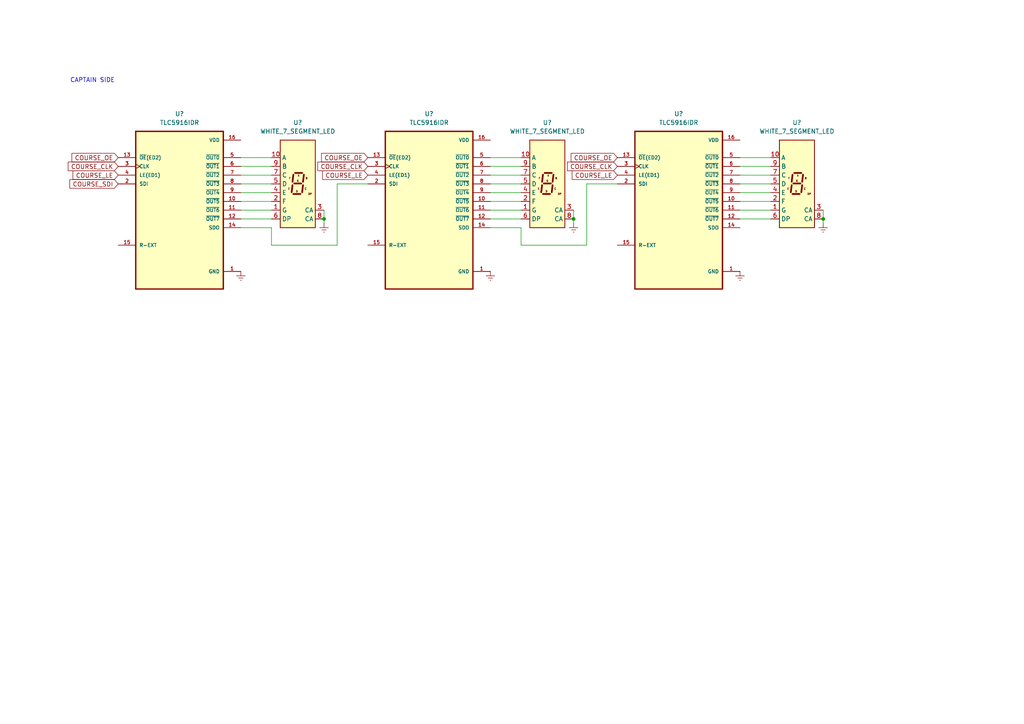
<source format=kicad_sch>
(kicad_sch (version 20211123) (generator eeschema)
  (paper "A4")
  (lib_symbols
    (symbol "Display_Character:SA39-11EWA"
      (property "Reference" "U" (at -3.81 13.97 0))
      (property "Value" "SA39-11EWA" (at 6.35 13.97 0))
      (symbol "SA39-11EWA_1_0"
        (text "A" (at 0.254 2.413 0) (effects (font (size 0.508 0.508))))
        (text "B" (at 2.54 1.651 0) (effects (font (size 0.508 0.508))))
        (text "C" (at 2.286 -1.397 0) (effects (font (size 0.508 0.508))))
        (text "D" (at -0.254 -2.159 0) (effects (font (size 0.508 0.508))))
        (text "DP" (at 3.556 -2.921 0) (effects (font (size 0.508 0.508))))
        (text "E" (at -2.54 -1.397 0) (effects (font (size 0.508 0.508))))
        (text "F" (at -2.286 1.651 0) (effects (font (size 0.508 0.508))))
        (text "G" (at 0 0.889 0) (effects (font (size 0.508 0.508))))
      )
      (symbol "SA39-11EWA_1_1"
        (rectangle (start -5.08 12.7) (end 5.08 -12.7) (stroke (width 0.254)) (fill (type background)))
        (polyline (pts (xy -1.524 -0.381) (xy -1.778 -2.413)) (stroke (width 0.508)))
        (polyline (pts (xy -1.27 -2.921) (xy 0.762 -2.921)) (stroke (width 0.508)))
        (polyline (pts (xy -1.27 2.667) (xy -1.524 0.635)) (stroke (width 0.508)))
        (polyline (pts (xy -1.016 0.127) (xy 1.016 0.127)) (stroke (width 0.508)))
        (polyline (pts (xy -0.762 3.175) (xy 1.27 3.175)) (stroke (width 0.508)))
        (polyline (pts (xy 1.524 -0.381) (xy 1.27 -2.413)) (stroke (width 0.508)))
        (polyline (pts (xy 1.778 2.667) (xy 1.524 0.635)) (stroke (width 0.508)))
        (polyline (pts (xy 2.54 -2.921) (xy 2.54 -2.921)) (stroke (width 0.508)))
        (pin input line (at -7.62 -7.62 0) (length 2.54) (name "G") (number "1"))
        (pin input line (at -7.62 7.62 0) (length 2.54) (name "A") (number "10"))
        (pin input line (at -7.62 -5.08 0) (length 2.54) (name "F") (number "2"))
        (pin input line (at 7.62 -7.62 180) (length 2.54) (name "CA") (number "3"))
        (pin input line (at -7.62 -2.54 0) (length 2.54) (name "E") (number "4"))
        (pin input line (at -7.62 0 0) (length 2.54) (name "D") (number "5"))
        (pin input line (at -7.62 -10.16 0) (length 2.54) (name "DP") (number "6"))
        (pin input line (at -7.62 2.54 0) (length 2.54) (name "C") (number "7"))
        (pin input line (at 7.62 -10.16 180) (length 2.54) (name "CA") (number "8"))
        (pin input line (at -7.62 5.08 0) (length 2.54) (name "B") (number "9"))
      )
    )
    (symbol "TLC5916IDR:TLC5916IDR" (pin_names (offset 1.016))
      (property "Reference" "U" (at -12.7 23.86 0))
      (property "Value" "TLC5916IDR" (at -12.7 -26.86 0))
      (symbol "TLC5916IDR_0_0"
        (rectangle (start -12.7 -22.86) (end 12.7 22.86) (stroke (width 0.41)) (fill (type background)))
        (pin power_in line (at 17.78 -17.78 180) (length 5.08) (name "GND") (number "1"))
        (pin output line (at 17.78 2.54 180) (length 5.08) (name "~{OUT5}") (number "10"))
        (pin output line (at 17.78 0 180) (length 5.08) (name "~{OUT6}") (number "11"))
        (pin output line (at 17.78 -2.54 180) (length 5.08) (name "~{OUT7}") (number "12"))
        (pin input line (at -17.78 15.24 0) (length 5.08) (name "~{OE}(ED2)") (number "13"))
        (pin output line (at 17.78 -5.08 180) (length 5.08) (name "SDO") (number "14"))
        (pin bidirectional line (at -17.78 -10.16 0) (length 5.08) (name "R-EXT") (number "15"))
        (pin power_in line (at 17.78 20.32 180) (length 5.08) (name "VDD") (number "16"))
        (pin input line (at -17.78 7.62 0) (length 5.08) (name "SDI") (number "2"))
        (pin input clock (at -17.78 12.7 0) (length 5.08) (name "CLK") (number "3"))
        (pin input line (at -17.78 10.16 0) (length 5.08) (name "LE(ED1)") (number "4"))
        (pin output line (at 17.78 15.24 180) (length 5.08) (name "~{OUT0}") (number "5"))
        (pin output line (at 17.78 12.7 180) (length 5.08) (name "~{OUT1}") (number "6"))
        (pin output line (at 17.78 10.16 180) (length 5.08) (name "~{OUT2}") (number "7"))
        (pin output line (at 17.78 7.62 180) (length 5.08) (name "~{OUT3}") (number "8"))
        (pin output line (at 17.78 5.08 180) (length 5.08) (name "~{OUT4}") (number "9"))
      )
    )
    (symbol "power:Earth" (power) (pin_names (offset 0))
      (symbol "Earth_0_1"
        (polyline (pts (xy -0.635 -1.905) (xy 0.635 -1.905)))
        (polyline (pts (xy -0.127 -2.54) (xy 0.127 -2.54)))
        (polyline (pts (xy 0 -1.27) (xy 0 0)))
        (polyline (pts (xy 1.27 -1.27) (xy -1.27 -1.27)))
      )
      (symbol "Earth_1_1"
        (pin power_in line (at 0 0 270) (length 0) hide (name "Earth") (number "1"))
      )
    )
  )
  (junction (at 93.98 63.5))
  (junction (at 166.37 63.5))
  (junction (at 238.76 63.5))
  (wire (pts (xy 214.63 60.96) (xy 223.52 60.96)))
  (wire (pts (xy 69.85 50.8) (xy 78.74 50.8)))
  (wire (pts (xy 69.85 48.26) (xy 78.74 48.26)))
  (wire (pts (xy 214.63 58.42) (xy 223.52 58.42)))
  (wire (pts (xy 142.24 45.72) (xy 151.13 45.72)))
  (wire (pts (xy 69.85 60.96) (xy 78.74 60.96)))
  (wire (pts (xy 142.24 66.04) (xy 151.13 66.04)))
  (wire (pts (xy 142.24 55.88) (xy 151.13 55.88)))
  (wire (pts (xy 166.37 60.96) (xy 166.37 63.5)))
  (wire (pts (xy 170.18 71.12) (xy 170.18 53.34)))
  (wire (pts (xy 93.98 60.96) (xy 93.98 63.5)))
  (wire (pts (xy 166.37 63.5) (xy 166.37 64.77)))
  (wire (pts (xy 142.24 50.8) (xy 151.13 50.8)))
  (wire (pts (xy 97.79 53.34) (xy 106.68 53.34)))
  (wire (pts (xy 78.74 71.12) (xy 97.79 71.12)))
  (wire (pts (xy 214.63 48.26) (xy 223.52 48.26)))
  (wire (pts (xy 214.63 63.5) (xy 223.52 63.5)))
  (wire (pts (xy 69.85 55.88) (xy 78.74 55.88)))
  (wire (pts (xy 69.85 53.34) (xy 78.74 53.34)))
  (wire (pts (xy 238.76 63.5) (xy 238.76 64.77)))
  (wire (pts (xy 97.79 71.12) (xy 97.79 53.34)))
  (wire (pts (xy 151.13 71.12) (xy 170.18 71.12)))
  (wire (pts (xy 151.13 66.04) (xy 151.13 71.12)))
  (wire (pts (xy 214.63 53.34) (xy 223.52 53.34)))
  (wire (pts (xy 93.98 63.5) (xy 93.98 64.77)))
  (wire (pts (xy 142.24 60.96) (xy 151.13 60.96)))
  (wire (pts (xy 170.18 53.34) (xy 179.07 53.34)))
  (wire (pts (xy 142.24 63.5) (xy 151.13 63.5)))
  (wire (pts (xy 238.76 60.96) (xy 238.76 63.5)))
  (wire (pts (xy 69.85 66.04) (xy 78.74 66.04)))
  (wire (pts (xy 142.24 53.34) (xy 151.13 53.34)))
  (wire (pts (xy 78.74 66.04) (xy 78.74 71.12)))
  (wire (pts (xy 214.63 45.72) (xy 223.52 45.72)))
  (wire (pts (xy 69.85 45.72) (xy 78.74 45.72)))
  (wire (pts (xy 142.24 58.42) (xy 151.13 58.42)))
  (wire (pts (xy 214.63 50.8) (xy 223.52 50.8)))
  (wire (pts (xy 214.63 55.88) (xy 223.52 55.88)))
  (wire (pts (xy 69.85 58.42) (xy 78.74 58.42)))
  (wire (pts (xy 142.24 48.26) (xy 151.13 48.26)))
  (wire (pts (xy 69.85 63.5) (xy 78.74 63.5)))
  (text "CAPTAIN SIDE" (at 20.32 24.13 0) (effects (font (size 1.27 1.27)) (justify left bottom)))
  (global_label "COURSE_CLK" (shape input) (at 106.68 48.26 180) (property "Intersheet References" "${INTERSHEET_REFS}" (effects hide)))
  (global_label "COURSE_LE" (shape input) (at 106.68 50.8 180) (property "Intersheet References" "${INTERSHEET_REFS}" (effects hide)))
  (global_label "COURSE_SDI" (shape input) (at 34.29 53.34 180) (property "Intersheet References" "${INTERSHEET_REFS}" (effects hide)))
  (global_label "COURSE_OE" (shape input) (at 34.29 45.72 180) (property "Intersheet References" "${INTERSHEET_REFS}" (effects hide)))
  (global_label "COURSE_OE" (shape input) (at 106.68 45.72 180) (property "Intersheet References" "${INTERSHEET_REFS}" (effects hide)))
  (global_label "COURSE_OE" (shape input) (at 179.07 45.72 180) (property "Intersheet References" "${INTERSHEET_REFS}" (effects hide)))
  (global_label "COURSE_CLK" (shape input) (at 34.29 48.26 180) (property "Intersheet References" "${INTERSHEET_REFS}" (effects hide)))
  (global_label "COURSE_LE" (shape input) (at 179.07 50.8 180) (property "Intersheet References" "${INTERSHEET_REFS}" (effects hide)))
  (global_label "COURSE_LE" (shape input) (at 34.29 50.8 180) (property "Intersheet References" "${INTERSHEET_REFS}" (effects hide)))
  (global_label "COURSE_CLK" (shape input) (at 179.07 48.26 180) (property "Intersheet References" "${INTERSHEET_REFS}" (effects hide)))
  (symbol (lib_id "power:Earth") (at 166.37 64.77 0) (unit 1)
    (property "Reference" "#PWR?" (effects hide))
    (property "Value" "Earth" (effects hide))
  )
  (symbol (lib_id "power:Earth") (at 214.63 78.74 0) (unit 1)
    (property "Reference" "#PWR?" (effects hide))
    (property "Value" "Earth" (effects hide))
  )
  (symbol (lib_id "Display_Character:SA39-11EWA") (at 158.75 53.34 0) (unit 1)
    (property "Reference" "U?" (at 158.75 35.56 0))
    (property "Value" "WHITE_7_SEGMENT_LED" (at 158.75 38.1 0))
    (property "Footprint" "Display_7Segment:Sx39-1xxxxx" (effects hide))
    (property "Datasheet" "http://www.kingbrightusa.com/images/catalog/SPEC/sa39-11ewa.pdf" (effects hide))
  )
  (symbol (lib_id "power:Earth") (at 238.76 64.77 0) (unit 1)
    (property "Reference" "#PWR?" (effects hide))
    (property "Value" "Earth" (effects hide))
  )
  (symbol (lib_id "Display_Character:SA39-11EWA") (at 231.14 53.34 0) (unit 1)
    (property "Reference" "U?" (at 231.14 35.56 0))
    (property "Value" "WHITE_7_SEGMENT_LED" (at 231.14 38.1 0))
    (property "Footprint" "Display_7Segment:Sx39-1xxxxx" (effects hide))
    (property "Datasheet" "http://www.kingbrightusa.com/images/catalog/SPEC/sa39-11ewa.pdf" (effects hide))
  )
  (symbol (lib_id "power:Earth") (at 142.24 78.74 0) (unit 1)
    (property "Reference" "#PWR?" (effects hide))
    (property "Value" "Earth" (effects hide))
  )
  (symbol (lib_id "power:Earth") (at 93.98 64.77 0) (unit 1)
    (property "Reference" "#PWR?" (effects hide))
    (property "Value" "Earth" (effects hide))
  )
  (symbol (lib_id "power:Earth") (at 69.85 78.74 0) (unit 1)
    (property "Reference" "#PWR?" (effects hide))
    (property "Value" "Earth" (effects hide))
  )
  (symbol (lib_id "TLC5916IDR:TLC5916IDR") (at 124.46 60.96 0) (unit 1)
    (property "Reference" "U?" (at 124.46 33.02 0))
    (property "Value" "TLC5916IDR" (at 124.46 35.56 0))
    (property "Footprint" "TLC5916IDR:SOIC127P600X175-16N" (effects hide))
    (property "MF" "Texas Instruments" (effects hide))
    (property "Description" "\n8-bit constant-current LED sink driver\n" (effects hide))
    (property "Package" "SOIC-16 Texas Instruments" (effects hide))
    (property "Price" "None" (effects hide))
    (property "SnapEDA_Link" "https://www.snapeda.com/parts/TLC5916IDR/Texas+Instruments/view-part/?ref=snap" (effects hide))
    (property "MP" "TLC5916IDR" (effects hide))
    (property "Purchase-URL" "https://www.snapeda.com/api/url_track_click_mouser/?unipart_id=438836&manufacturer=Texas Instruments&part_name=TLC5916IDR&search_term=None" (effects hide))
    (property "Availability" "In Stock" (effects hide))
    (property "Check_prices" "https://www.snapeda.com/parts/TLC5916IDR/Texas+Instruments/view-part/?ref=eda" (effects hide))
  )
  (symbol (lib_id "TLC5916IDR:TLC5916IDR") (at 52.07 60.96 0) (unit 1)
    (property "Reference" "U?" (at 52.07 33.02 0))
    (property "Value" "TLC5916IDR" (at 52.07 35.56 0))
    (property "Footprint" "TLC5916IDR:SOIC127P600X175-16N" (effects hide))
    (property "MF" "Texas Instruments" (effects hide))
    (property "Description" "\n8-bit constant-current LED sink driver\n" (effects hide))
    (property "Package" "SOIC-16 Texas Instruments" (effects hide))
    (property "Price" "None" (effects hide))
    (property "SnapEDA_Link" "https://www.snapeda.com/parts/TLC5916IDR/Texas+Instruments/view-part/?ref=snap" (effects hide))
    (property "MP" "TLC5916IDR" (effects hide))
    (property "Purchase-URL" "https://www.snapeda.com/api/url_track_click_mouser/?unipart_id=438836&manufacturer=Texas Instruments&part_name=TLC5916IDR&search_term=None" (effects hide))
    (property "Availability" "In Stock" (effects hide))
    (property "Check_prices" "https://www.snapeda.com/parts/TLC5916IDR/Texas+Instruments/view-part/?ref=eda" (effects hide))
  )
  (symbol (lib_id "Display_Character:SA39-11EWA") (at 86.36 53.34 0) (unit 1)
    (property "Reference" "U?" (at 86.36 35.56 0))
    (property "Value" "WHITE_7_SEGMENT_LED" (at 86.36 38.1 0))
    (property "Footprint" "Display_7Segment:Sx39-1xxxxx" (effects hide))
    (property "Datasheet" "http://www.kingbrightusa.com/images/catalog/SPEC/sa39-11ewa.pdf" (effects hide))
  )
  (symbol (lib_id "TLC5916IDR:TLC5916IDR") (at 196.85 60.96 0) (unit 1)
    (property "Reference" "U?" (at 196.85 33.02 0))
    (property "Value" "TLC5916IDR" (at 196.85 35.56 0))
    (property "Footprint" "TLC5916IDR:SOIC127P600X175-16N" (effects hide))
    (property "MF" "Texas Instruments" (effects hide))
    (property "Description" "\n8-bit constant-current LED sink driver\n" (effects hide))
    (property "Package" "SOIC-16 Texas Instruments" (effects hide))
    (property "Price" "None" (effects hide))
    (property "SnapEDA_Link" "https://www.snapeda.com/parts/TLC5916IDR/Texas+Instruments/view-part/?ref=snap" (effects hide))
    (property "MP" "TLC5916IDR" (effects hide))
    (property "Purchase-URL" "https://www.snapeda.com/api/url_track_click_mouser/?unipart_id=438836&manufacturer=Texas Instruments&part_name=TLC5916IDR&search_term=None" (effects hide))
    (property "Availability" "In Stock" (effects hide))
    (property "Check_prices" "https://www.snapeda.com/parts/TLC5916IDR/Texas+Instruments/view-part/?ref=eda" (effects hide))
  )
)
</source>
